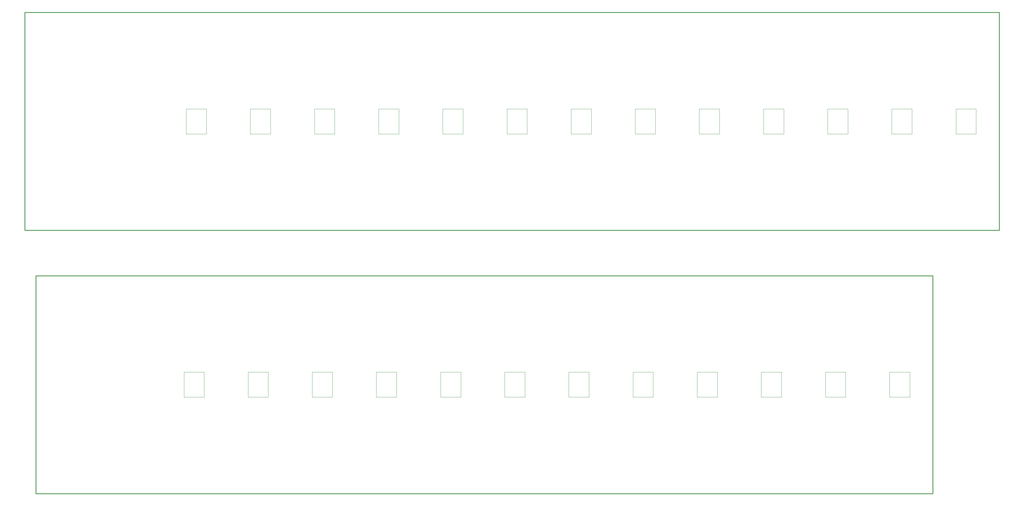
<source format=gbr>
%TF.GenerationSoftware,KiCad,Pcbnew,7.0.8*%
%TF.CreationDate,2023-11-15T21:58:07-05:00*%
%TF.ProjectId,BMS1,424d5331-2e6b-4696-9361-645f70636258,1*%
%TF.SameCoordinates,Original*%
%TF.FileFunction,Profile,NP*%
%FSLAX46Y46*%
G04 Gerber Fmt 4.6, Leading zero omitted, Abs format (unit mm)*
G04 Created by KiCad (PCBNEW 7.0.8) date 2023-11-15 21:58:07*
%MOMM*%
%LPD*%
G01*
G04 APERTURE LIST*
%TA.AperFunction,Profile*%
%ADD10C,0.250000*%
%TD*%
%TA.AperFunction,Profile*%
%ADD11C,0.100000*%
%TD*%
G04 APERTURE END LIST*
D10*
X33508000Y-105666000D02*
X321569400Y-105666000D01*
X321569400Y-175770000D01*
X33508000Y-175770000D01*
X33508000Y-105666000D01*
X342900000Y-91082500D02*
X29972000Y-91082500D01*
X29972000Y-20978500D01*
X342900000Y-20978500D01*
X342900000Y-91082500D01*
D11*
%TO.C,B3*%
X122278000Y-136716000D02*
X128778000Y-136716000D01*
X128778000Y-136716000D02*
X128778000Y-144716000D01*
X128778000Y-144716000D02*
X122278000Y-144716000D01*
X122278000Y-144716000D02*
X122278000Y-136716000D01*
%TO.C,B2*%
X108158000Y-144716000D02*
X101658000Y-144716000D01*
X101658000Y-144716000D02*
X101658000Y-136716000D01*
X101658000Y-136716000D02*
X108158000Y-136716000D01*
X108158000Y-136716000D02*
X108158000Y-144716000D01*
%TO.C,B4*%
X149378000Y-144716000D02*
X142878000Y-144716000D01*
X142878000Y-144716000D02*
X142878000Y-136716000D01*
X142878000Y-136716000D02*
X149378000Y-136716000D01*
X149378000Y-136716000D02*
X149378000Y-144716000D01*
%TO.C,B16*%
X267194000Y-52032500D02*
X273694000Y-52032500D01*
X273694000Y-52032500D02*
X273694000Y-60032500D01*
X273694000Y-60032500D02*
X267194000Y-60032500D01*
X267194000Y-60032500D02*
X267194000Y-52032500D01*
%TO.C,B15*%
X294294000Y-60032500D02*
X287794000Y-60032500D01*
X287794000Y-60032500D02*
X287794000Y-52032500D01*
X287794000Y-52032500D02*
X294294000Y-52032500D01*
X294294000Y-52032500D02*
X294294000Y-60032500D01*
%TO.C,B19*%
X211894000Y-60032500D02*
X205394000Y-60032500D01*
X205394000Y-60032500D02*
X205394000Y-52032500D01*
X205394000Y-52032500D02*
X211894000Y-52032500D01*
X211894000Y-52032500D02*
X211894000Y-60032500D01*
%TO.C,B13*%
X335494000Y-60032500D02*
X328994000Y-60032500D01*
X328994000Y-60032500D02*
X328994000Y-52032500D01*
X328994000Y-52032500D02*
X335494000Y-52032500D01*
X335494000Y-52032500D02*
X335494000Y-60032500D01*
%TO.C,B20*%
X184794000Y-52032500D02*
X191294000Y-52032500D01*
X191294000Y-52032500D02*
X191294000Y-60032500D01*
X191294000Y-60032500D02*
X184794000Y-60032500D01*
X184794000Y-60032500D02*
X184794000Y-52032500D01*
%TO.C,B18*%
X225994000Y-52032500D02*
X232494000Y-52032500D01*
X232494000Y-52032500D02*
X232494000Y-60032500D01*
X232494000Y-60032500D02*
X225994000Y-60032500D01*
X225994000Y-60032500D02*
X225994000Y-52032500D01*
%TO.C,B6*%
X190578000Y-144716000D02*
X184078000Y-144716000D01*
X184078000Y-144716000D02*
X184078000Y-136716000D01*
X184078000Y-136716000D02*
X190578000Y-136716000D01*
X190578000Y-136716000D02*
X190578000Y-144716000D01*
%TO.C,B17*%
X253094000Y-60032500D02*
X246594000Y-60032500D01*
X246594000Y-60032500D02*
X246594000Y-52032500D01*
X246594000Y-52032500D02*
X253094000Y-52032500D01*
X253094000Y-52032500D02*
X253094000Y-60032500D01*
%TO.C,B21*%
X170694000Y-60032500D02*
X164194000Y-60032500D01*
X164194000Y-60032500D02*
X164194000Y-52032500D01*
X164194000Y-52032500D02*
X170694000Y-52032500D01*
X170694000Y-52032500D02*
X170694000Y-60032500D01*
%TO.C,B14*%
X308394000Y-52032500D02*
X314894000Y-52032500D01*
X314894000Y-52032500D02*
X314894000Y-60032500D01*
X314894000Y-60032500D02*
X308394000Y-60032500D01*
X308394000Y-60032500D02*
X308394000Y-52032500D01*
%TO.C,B9*%
X245878000Y-136716000D02*
X252378000Y-136716000D01*
X252378000Y-136716000D02*
X252378000Y-144716000D01*
X252378000Y-144716000D02*
X245878000Y-144716000D01*
X245878000Y-144716000D02*
X245878000Y-136716000D01*
%TO.C,B24*%
X102394000Y-52032500D02*
X108894000Y-52032500D01*
X108894000Y-52032500D02*
X108894000Y-60032500D01*
X108894000Y-60032500D02*
X102394000Y-60032500D01*
X102394000Y-60032500D02*
X102394000Y-52032500D01*
%TO.C,B8*%
X231778000Y-144716000D02*
X225278000Y-144716000D01*
X225278000Y-144716000D02*
X225278000Y-136716000D01*
X225278000Y-136716000D02*
X231778000Y-136716000D01*
X231778000Y-136716000D02*
X231778000Y-144716000D01*
%TO.C,B10*%
X272978000Y-144716000D02*
X266478000Y-144716000D01*
X266478000Y-144716000D02*
X266478000Y-136716000D01*
X266478000Y-136716000D02*
X272978000Y-136716000D01*
X272978000Y-136716000D02*
X272978000Y-144716000D01*
%TO.C,B12*%
X314178000Y-144716000D02*
X307678000Y-144716000D01*
X307678000Y-144716000D02*
X307678000Y-136716000D01*
X307678000Y-136716000D02*
X314178000Y-136716000D01*
X314178000Y-136716000D02*
X314178000Y-144716000D01*
%TO.C,B25*%
X88294000Y-60032500D02*
X81794000Y-60032500D01*
X81794000Y-60032500D02*
X81794000Y-52032500D01*
X81794000Y-52032500D02*
X88294000Y-52032500D01*
X88294000Y-52032500D02*
X88294000Y-60032500D01*
%TO.C,B11*%
X287078000Y-136716000D02*
X293578000Y-136716000D01*
X293578000Y-136716000D02*
X293578000Y-144716000D01*
X293578000Y-144716000D02*
X287078000Y-144716000D01*
X287078000Y-144716000D02*
X287078000Y-136716000D01*
%TO.C,B22*%
X143594000Y-52032500D02*
X150094000Y-52032500D01*
X150094000Y-52032500D02*
X150094000Y-60032500D01*
X150094000Y-60032500D02*
X143594000Y-60032500D01*
X143594000Y-60032500D02*
X143594000Y-52032500D01*
%TO.C,B1*%
X81078000Y-136716000D02*
X87578000Y-136716000D01*
X87578000Y-136716000D02*
X87578000Y-144716000D01*
X87578000Y-144716000D02*
X81078000Y-144716000D01*
X81078000Y-144716000D02*
X81078000Y-136716000D01*
%TO.C,B5*%
X163478000Y-136716000D02*
X169978000Y-136716000D01*
X169978000Y-136716000D02*
X169978000Y-144716000D01*
X169978000Y-144716000D02*
X163478000Y-144716000D01*
X163478000Y-144716000D02*
X163478000Y-136716000D01*
%TO.C,B23*%
X129494000Y-60032500D02*
X122994000Y-60032500D01*
X122994000Y-60032500D02*
X122994000Y-52032500D01*
X122994000Y-52032500D02*
X129494000Y-52032500D01*
X129494000Y-52032500D02*
X129494000Y-60032500D01*
%TO.C,B7*%
X204678000Y-136716000D02*
X211178000Y-136716000D01*
X211178000Y-136716000D02*
X211178000Y-144716000D01*
X211178000Y-144716000D02*
X204678000Y-144716000D01*
X204678000Y-144716000D02*
X204678000Y-136716000D01*
%TD*%
M02*

</source>
